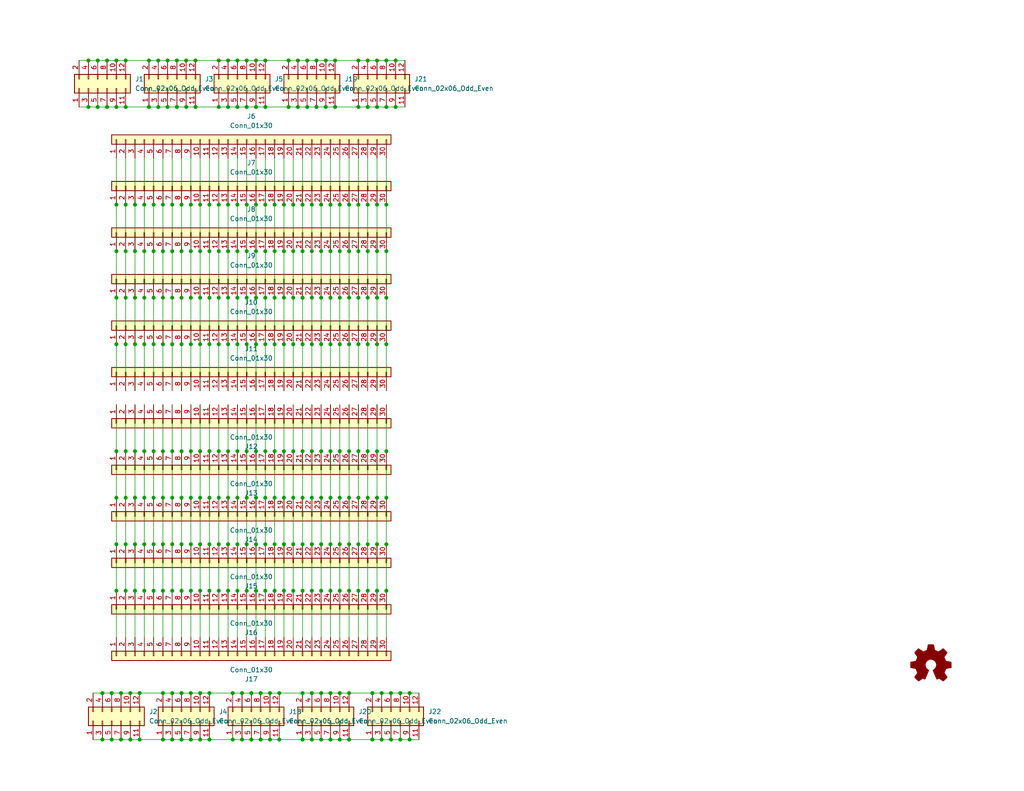
<source format=kicad_sch>
(kicad_sch (version 20230121) (generator eeschema)
  (paper "USLetter")
  (title_block (title "BreadBoard30Places") (date "2023-10-12") (rev "0.1") (company "Amused Scientist") (comment 1 "(Forrest) Lee Erickson") (comment 2 "Public Domain"))
  (lib_symbols
    (symbol "Connector_Generic:Conn_01x30" (pin_names (offset 1.016) hide)
      (property "Reference" "J" (at 0 38.1 0))
      (property "Value" "Conn_01x30" (at 0 -40.64 0))
      (symbol "Conn_01x30_1_1"
        (rectangle (start -1.27 -37.973) (end 0 -38.227) (stroke (width 0.1524)))
        (rectangle (start -1.27 -35.433) (end 0 -35.687) (stroke (width 0.1524)))
        (rectangle (start -1.27 -32.893) (end 0 -33.147) (stroke (width 0.1524)))
        (rectangle (start -1.27 -30.353) (end 0 -30.607) (stroke (width 0.1524)))
        (rectangle (start -1.27 -27.813) (end 0 -28.067) (stroke (width 0.1524)))
        (rectangle (start -1.27 -25.273) (end 0 -25.527) (stroke (width 0.1524)))
        (rectangle (start -1.27 -22.733) (end 0 -22.987) (stroke (width 0.1524)))
        (rectangle (start -1.27 -20.193) (end 0 -20.447) (stroke (width 0.1524)))
        (rectangle (start -1.27 -17.653) (end 0 -17.907) (stroke (width 0.1524)))
        (rectangle (start -1.27 -15.113) (end 0 -15.367) (stroke (width 0.1524)))
        (rectangle (start -1.27 -12.573) (end 0 -12.827) (stroke (width 0.1524)))
        (rectangle (start -1.27 -10.033) (end 0 -10.287) (stroke (width 0.1524)))
        (rectangle (start -1.27 -7.493) (end 0 -7.747) (stroke (width 0.1524)))
        (rectangle (start -1.27 -4.953) (end 0 -5.207) (stroke (width 0.1524)))
        (rectangle (start -1.27 -2.413) (end 0 -2.667) (stroke (width 0.1524)))
        (rectangle (start -1.27 0.127) (end 0 -0.127) (stroke (width 0.1524)))
        (rectangle (start -1.27 2.667) (end 0 2.413) (stroke (width 0.1524)))
        (rectangle (start -1.27 5.207) (end 0 4.953) (stroke (width 0.1524)))
        (rectangle (start -1.27 7.747) (end 0 7.493) (stroke (width 0.1524)))
        (rectangle (start -1.27 10.287) (end 0 10.033) (stroke (width 0.1524)))
        (rectangle (start -1.27 12.827) (end 0 12.573) (stroke (width 0.1524)))
        (rectangle (start -1.27 15.367) (end 0 15.113) (stroke (width 0.1524)))
        (rectangle (start -1.27 17.907) (end 0 17.653) (stroke (width 0.1524)))
        (rectangle (start -1.27 20.447) (end 0 20.193) (stroke (width 0.1524)))
        (rectangle (start -1.27 22.987) (end 0 22.733) (stroke (width 0.1524)))
        (rectangle (start -1.27 25.527) (end 0 25.273) (stroke (width 0.1524)))
        (rectangle (start -1.27 28.067) (end 0 27.813) (stroke (width 0.1524)))
        (rectangle (start -1.27 30.607) (end 0 30.353) (stroke (width 0.1524)))
        (rectangle (start -1.27 33.147) (end 0 32.893) (stroke (width 0.1524)))
        (rectangle (start -1.27 35.687) (end 0 35.433) (stroke (width 0.1524)))
        (rectangle (start -1.27 36.83) (end 1.27 -39.37) (stroke (width 0.254)) (fill (type background)))
        (pin passive line (at -5.08 35.56 0) (length 3.81) (name "Pin_1") (number "1"))
        (pin passive line (at -5.08 12.7 0) (length 3.81) (name "Pin_10") (number "10"))
        (pin passive line (at -5.08 10.16 0) (length 3.81) (name "Pin_11") (number "11"))
        (pin passive line (at -5.08 7.62 0) (length 3.81) (name "Pin_12") (number "12"))
        (pin passive line (at -5.08 5.08 0) (length 3.81) (name "Pin_13") (number "13"))
        (pin passive line (at -5.08 2.54 0) (length 3.81) (name "Pin_14") (number "14"))
        (pin passive line (at -5.08 0 0) (length 3.81) (name "Pin_15") (number "15"))
        (pin passive line (at -5.08 -2.54 0) (length 3.81) (name "Pin_16") (number "16"))
        (pin passive line (at -5.08 -5.08 0) (length 3.81) (name "Pin_17") (number "17"))
        (pin passive line (at -5.08 -7.62 0) (length 3.81) (name "Pin_18") (number "18"))
        (pin passive line (at -5.08 -10.16 0) (length 3.81) (name "Pin_19") (number "19"))
        (pin passive line (at -5.08 33.02 0) (length 3.81) (name "Pin_2") (number "2"))
        (pin passive line (at -5.08 -12.7 0) (length 3.81) (name "Pin_20") (number "20"))
        (pin passive line (at -5.08 -15.24 0) (length 3.81) (name "Pin_21") (number "21"))
        (pin passive line (at -5.08 -17.78 0) (length 3.81) (name "Pin_22") (number "22"))
        (pin passive line (at -5.08 -20.32 0) (length 3.81) (name "Pin_23") (number "23"))
        (pin passive line (at -5.08 -22.86 0) (length 3.81) (name "Pin_24") (number "24"))
        (pin passive line (at -5.08 -25.4 0) (length 3.81) (name "Pin_25") (number "25"))
        (pin passive line (at -5.08 -27.94 0) (length 3.81) (name "Pin_26") (number "26"))
        (pin passive line (at -5.08 -30.48 0) (length 3.81) (name "Pin_27") (number "27"))
        (pin passive line (at -5.08 -33.02 0) (length 3.81) (name "Pin_28") (number "28"))
        (pin passive line (at -5.08 -35.56 0) (length 3.81) (name "Pin_29") (number "29"))
        (pin passive line (at -5.08 30.48 0) (length 3.81) (name "Pin_3") (number "3"))
        (pin passive line (at -5.08 -38.1 0) (length 3.81) (name "Pin_30") (number "30"))
        (pin passive line (at -5.08 27.94 0) (length 3.81) (name "Pin_4") (number "4"))
        (pin passive line (at -5.08 25.4 0) (length 3.81) (name "Pin_5") (number "5"))
        (pin passive line (at -5.08 22.86 0) (length 3.81) (name "Pin_6") (number "6"))
        (pin passive line (at -5.08 20.32 0) (length 3.81) (name "Pin_7") (number "7"))
        (pin passive line (at -5.08 17.78 0) (length 3.81) (name "Pin_8") (number "8"))
        (pin passive line (at -5.08 15.24 0) (length 3.81) (name "Pin_9") (number "9"))
      )
    )
    (symbol "Connector_Generic:Conn_02x06_Odd_Even" (pin_names (offset 1.016) hide)
      (property "Reference" "J" (at 1.27 7.62 0))
      (property "Value" "Conn_02x06_Odd_Even" (at 1.27 -10.16 0))
      (symbol "Conn_02x06_Odd_Even_1_1"
        (rectangle (start -1.27 -7.493) (end 0 -7.747) (stroke (width 0.1524)))
        (rectangle (start -1.27 -4.953) (end 0 -5.207) (stroke (width 0.1524)))
        (rectangle (start -1.27 -2.413) (end 0 -2.667) (stroke (width 0.1524)))
        (rectangle (start -1.27 0.127) (end 0 -0.127) (stroke (width 0.1524)))
        (rectangle (start -1.27 2.667) (end 0 2.413) (stroke (width 0.1524)))
        (rectangle (start -1.27 5.207) (end 0 4.953) (stroke (width 0.1524)))
        (rectangle (start -1.27 6.35) (end 3.81 -8.89) (stroke (width 0.254)) (fill (type background)))
        (rectangle (start 3.81 -7.493) (end 2.54 -7.747) (stroke (width 0.1524)))
        (rectangle (start 3.81 -4.953) (end 2.54 -5.207) (stroke (width 0.1524)))
        (rectangle (start 3.81 -2.413) (end 2.54 -2.667) (stroke (width 0.1524)))
        (rectangle (start 3.81 0.127) (end 2.54 -0.127) (stroke (width 0.1524)))
        (rectangle (start 3.81 2.667) (end 2.54 2.413) (stroke (width 0.1524)))
        (rectangle (start 3.81 5.207) (end 2.54 4.953) (stroke (width 0.1524)))
        (pin passive line (at -5.08 5.08 0) (length 3.81) (name "Pin_1") (number "1"))
        (pin passive line (at 7.62 -5.08 180) (length 3.81) (name "Pin_10") (number "10"))
        (pin passive line (at -5.08 -7.62 0) (length 3.81) (name "Pin_11") (number "11"))
        (pin passive line (at 7.62 -7.62 180) (length 3.81) (name "Pin_12") (number "12"))
        (pin passive line (at 7.62 5.08 180) (length 3.81) (name "Pin_2") (number "2"))
        (pin passive line (at -5.08 2.54 0) (length 3.81) (name "Pin_3") (number "3"))
        (pin passive line (at 7.62 2.54 180) (length 3.81) (name "Pin_4") (number "4"))
        (pin passive line (at -5.08 0 0) (length 3.81) (name "Pin_5") (number "5"))
        (pin passive line (at 7.62 0 180) (length 3.81) (name "Pin_6") (number "6"))
        (pin passive line (at -5.08 -2.54 0) (length 3.81) (name "Pin_7") (number "7"))
        (pin passive line (at 7.62 -2.54 180) (length 3.81) (name "Pin_8") (number "8"))
        (pin passive line (at -5.08 -5.08 0) (length 3.81) (name "Pin_9") (number "9"))
      )
    )
    (symbol "Graphic:Logo_Open_Hardware_Small" (in_bom no) (on_board no)
      (symbol "Logo_Open_Hardware_Small_0_1"
        (polyline (pts (xy 3.3528 -4.3434) (xy 3.302 -4.318) (xy 3.175 -4.2418) (xy 2.9972 -4.1148) (xy 2.7686 -3.9624) (xy 2.54 -3.81) (xy 2.3622 -3.7084) (xy 2.2352 -3.6068) (xy 2.1844 -3.5814) (xy 2.159 -3.6068) (xy 2.0574 -3.6576) (xy 1.905 -3.7338) (xy 1.8034 -3.7846) (xy 1.6764 -3.8354) (xy 1.6002 -3.8354) (xy 1.6002 -3.8354) (xy 1.5494 -3.7338) (xy 1.4732 -3.5306) (xy 1.3462 -3.302) (xy 1.2446 -3.0226) (xy 1.1176 -2.7178) (xy 0.9652 -2.413) (xy 0.8636 -2.1082) (xy 0.7366 -1.8288) (xy 0.6604 -1.6256) (xy 0.6096 -1.4732) (xy 0.5842 -1.397) (xy 0.5842 -1.397) (xy 0.6604 -1.3208) (xy 0.7874 -1.2446) (xy 1.0414 -1.016) (xy 1.2954 -0.6858) (xy 1.4478 -0.3302) (xy 1.524 0.0762) (xy 1.4732 0.4572) (xy 1.3208 0.8128) (xy 1.0668 1.143) (xy 0.762 1.3716) (xy 0.4064 1.524) (xy 0 1.5748) (xy -0.381 1.5494) (xy -0.7366 1.397) (xy -1.0668 1.143) (xy -1.2192 0.9906) (xy -1.397 0.6604) (xy -1.524 0.3048) (xy -1.524 0.2286) (xy -1.4986 -0.1778) (xy -1.397 -0.5334) (xy -1.1938 -0.8636) (xy -0.9144 -1.143) (xy -0.8636 -1.1684) (xy -0.7366 -1.27) (xy -0.635 -1.3462) (xy -0.5842 -1.397) (xy -1.0668 -2.5908) (xy -1.143 -2.794) (xy -1.2954 -3.1242) (xy -1.397 -3.4036) (xy -1.4986 -3.6322) (xy -1.5748 -3.7846) (xy -1.6002 -3.8354) (xy -1.6002 -3.8354) (xy -1.651 -3.8354) (xy -1.7272 -3.81) (xy -1.905 -3.7338) (xy -2.0066 -3.683) (xy -2.1336 -3.6068) (xy -2.2098 -3.5814) (xy -2.2606 -3.6068) (xy -2.3622 -3.683) (xy -2.54 -3.81) (xy -2.7686 -3.9624) (xy -2.9718 -4.0894) (xy -3.1496 -4.2164) (xy -3.302 -4.318) (xy -3.3528 -4.3434) (xy -3.3782 -4.3434) (xy -3.429 -4.318) (xy -3.5306 -4.2164) (xy -3.7084 -4.064) (xy -3.937 -3.8354) (xy -3.9624 -3.81) (xy -4.1656 -3.6068) (xy -4.318 -3.4544) (xy -4.4196 -3.3274) (xy -4.445 -3.2766) (xy -4.445 -3.2766) (xy -4.4196 -3.2258) (xy -4.318 -3.0734) (xy -4.2164 -2.8956) (xy -4.064 -2.667) (xy -3.6576 -2.0828) (xy -3.8862 -1.5494) (xy -3.937 -1.3716) (xy -4.0386 -1.1684) (xy -4.0894 -1.0414) (xy -4.1148 -0.9652) (xy -4.191 -0.9398) (xy -4.318 -0.9144) (xy -4.5466 -0.8636) (xy -4.8006 -0.8128) (xy -5.0546 -0.7874) (xy -5.2578 -0.7366) (xy -5.4356 -0.7112) (xy -5.5118 -0.6858) (xy -5.5118 -0.6858) (xy -5.5372 -0.635) (xy -5.5372 -0.5588) (xy -5.5372 -0.4318) (xy -5.5626 -0.2286) (xy -5.5626 0.0762) (xy -5.5626 0.127) (xy -5.5372 0.4064) (xy -5.5372 0.635) (xy -5.5372 0.762) (xy -5.5372 0.8382) (xy -5.5372 0.8382) (xy -5.461 0.8382) (xy -5.3086 0.889) (xy -5.08 0.9144) (xy -4.826 0.9652) (xy -4.8006 0.9906) (xy -4.5466 1.0414) (xy -4.318 1.0668) (xy -4.1656 1.1176) (xy -4.0894 1.143) (xy -4.0894 1.143) (xy -4.0386 1.2446) (xy -3.9624 1.4224) (xy -3.8608 1.6256) (xy -3.7846 1.8288) (xy -3.7084 2.0066) (xy -3.6576 2.159) (xy -3.6322 2.2098) (xy -3.6322 2.2098) (xy -3.683 2.286) (xy -3.7592 2.413) (xy -3.8862 2.5908) (xy -4.064 2.8194) (xy -4.064 2.8448) (xy -4.2164 3.0734) (xy -4.3434 3.2512) (xy -4.4196 3.3782) (xy -4.445 3.4544) (xy -4.445 3.4544) (xy -4.3942 3.5052) (xy -4.2926 3.6322) (xy -4.1148 3.81) (xy -3.937 4.0132) (xy -3.8608 4.064) (xy -3.6576 4.2926) (xy -3.5052 4.4196) (xy -3.4036 4.4958) (xy -3.3528 4.5212) (xy -3.3528 4.5212) (xy -3.302 4.4704) (xy -3.1496 4.3688) (xy -2.9718 4.2418) (xy -2.7432 4.0894) (xy -2.7178 4.0894) (xy -2.4892 3.937) (xy -2.3114 3.81) (xy -2.1844 3.7084) (xy -2.1336 3.683) (xy -2.1082 3.683) (xy -2.032 3.7084) (xy -1.8542 3.7592) (xy -1.6764 3.8354) (xy -1.4732 3.937) (xy -1.27 4.0132) (xy -1.143 4.064) (xy -1.0668 4.1148) (xy -1.0668 4.1148) (xy -1.0414 4.191) (xy -1.016 4.3434) (xy -0.9652 4.572) (xy -0.9144 4.8514) (xy -0.889 4.9022) (xy -0.8382 5.1562) (xy -0.8128 5.3848) (xy -0.7874 5.5372) (xy -0.762 5.588) (xy -0.7112 5.6134) (xy -0.5842 5.6134) (xy -0.4064 5.6134) (xy -0.1524 5.6134) (xy 0.0762 5.6134) (xy 0.3302 5.6134) (xy 0.5334 5.6134) (xy 0.6858 5.588) (xy 0.7366 5.588) (xy 0.7366 5.588) (xy 0.762 5.5118) (xy 0.8128 5.334) (xy 0.8382 5.1054) (xy 0.9144 4.826) (xy 0.9144 4.7752) (xy 0.9652 4.5212) (xy 1.016 4.2926) (xy 1.0414 4.1402) (xy 1.0668 4.0894) (xy 1.0668 4.0894) (xy 1.1938 4.0386) (xy 1.3716 3.9624) (xy 1.5748 3.8608) (xy 2.0828 3.6576) (xy 2.7178 4.0894) (xy 2.7686 4.1402) (xy 2.9972 4.2926) (xy 3.175 4.4196) (xy 3.302 4.4958) (xy 3.3782 4.5212) (xy 3.3782 4.5212) (xy 3.429 4.4704) (xy 3.556 4.3434) (xy 3.7338 4.191) (xy 3.9116 3.9878) (xy 4.064 3.8354) (xy 4.2418 3.6576) (xy 4.3434 3.556) (xy 4.4196 3.4798) (xy 4.4196 3.429) (xy 4.4196 3.4036) (xy 4.3942 3.3274) (xy 4.2926 3.2004) (xy 4.1656 2.9972) (xy 4.0132 2.794) (xy 3.8862 2.5908) (xy 3.7592 2.3876) (xy 3.6576 2.2352) (xy 3.6322 2.159) (xy 3.6322 2.1336) (xy 3.683 2.0066) (xy 3.7592 1.8288) (xy 3.8608 1.6002) (xy 4.064 1.1176) (xy 4.3942 1.0414) (xy 4.5974 1.016) (xy 4.8768 0.9652) (xy 5.1308 0.9144) (xy 5.5372 0.8382) (xy 5.5626 -0.6604) (xy 5.4864 -0.6858) (xy 5.4356 -0.6858) (xy 5.2832 -0.7366) (xy 5.0546 -0.762) (xy 4.8006 -0.8128) (xy 4.5974 -0.8636) (xy 4.3688 -0.9144) (xy 4.2164 -0.9398) (xy 4.1402 -0.9398) (xy 4.1148 -0.9652) (xy 4.064 -1.0668) (xy 3.9878 -1.2446) (xy 3.9116 -1.4478) (xy 3.81 -1.651) (xy 3.7338 -1.8542) (xy 3.683 -2.0066) (xy 3.6576 -2.0828) (xy 3.683 -2.1336) (xy 3.7846 -2.2606) (xy 3.8862 -2.4638) (xy 4.0386 -2.667) (xy 4.191 -2.8956) (xy 4.318 -3.0734) (xy 4.3942 -3.2004) (xy 4.445 -3.2766) (xy 4.4196 -3.3274) (xy 4.3434 -3.429) (xy 4.1656 -3.5814) (xy 3.937 -3.8354) (xy 3.8862 -3.8608) (xy 3.683 -4.064) (xy 3.5306 -4.2164) (xy 3.4036 -4.318) (xy 3.3528 -4.3434)) (fill (type outline)))
      )
    )
  )
  (junction (at 62.23 68.58))
  (junction (at 46.99 135.89))
  (junction (at 36.83 123.19))
  (junction (at 36.83 68.58))
  (junction (at 64.77 16.51))
  (junction (at 64.77 93.98))
  (junction (at 41.91 81.28))
  (junction (at 54.61 93.98))
  (junction (at 66.04 201.93))
  (junction (at 31.75 16.51))
  (junction (at 102.87 16.51))
  (junction (at 52.07 81.28))
  (junction (at 52.07 93.98))
  (junction (at 102.87 148.59))
  (junction (at 86.36 29.21))
  (junction (at 97.79 29.21))
  (junction (at 81.28 29.21))
  (junction (at 69.85 29.21))
  (junction (at 41.91 148.59))
  (junction (at 29.21 29.21))
  (junction (at 64.77 55.88))
  (junction (at 53.34 16.51))
  (junction (at 67.31 29.21))
  (junction (at 105.41 135.89))
  (junction (at 69.85 123.19))
  (junction (at 82.55 135.89))
  (junction (at 102.87 123.19))
  (junction (at 62.23 135.89))
  (junction (at 64.77 148.59))
  (junction (at 100.33 148.59))
  (junction (at 30.48 189.23))
  (junction (at 31.75 93.98))
  (junction (at 111.76 201.93))
  (junction (at 46.99 148.59))
  (junction (at 102.87 161.29))
  (junction (at 52.07 201.93))
  (junction (at 80.01 135.89))
  (junction (at 34.29 161.29))
  (junction (at 62.23 93.98))
  (junction (at 90.17 123.19))
  (junction (at 50.8 29.21))
  (junction (at 92.71 189.23))
  (junction (at 85.09 123.19))
  (junction (at 73.66 189.23))
  (junction (at 86.36 16.51))
  (junction (at 59.69 93.98))
  (junction (at 63.5 201.93))
  (junction (at 82.55 161.29))
  (junction (at 85.09 81.28))
  (junction (at 85.09 93.98))
  (junction (at 59.69 16.51))
  (junction (at 76.2 189.23))
  (junction (at 54.61 81.28))
  (junction (at 71.12 189.23))
  (junction (at 87.63 123.19))
  (junction (at 82.55 123.19))
  (junction (at 69.85 16.51))
  (junction (at 39.37 148.59))
  (junction (at 44.45 68.58))
  (junction (at 57.15 123.19))
  (junction (at 105.41 68.58))
  (junction (at 87.63 148.59))
  (junction (at 72.39 161.29))
  (junction (at 59.69 81.28))
  (junction (at 100.33 55.88))
  (junction (at 90.17 81.28))
  (junction (at 41.91 161.29))
  (junction (at 29.21 16.51))
  (junction (at 67.31 55.88))
  (junction (at 44.45 161.29))
  (junction (at 34.29 148.59))
  (junction (at 39.37 135.89))
  (junction (at 39.37 68.58))
  (junction (at 72.39 55.88))
  (junction (at 85.09 55.88))
  (junction (at 72.39 16.51))
  (junction (at 67.31 161.29))
  (junction (at 100.33 93.98))
  (junction (at 57.15 93.98))
  (junction (at 92.71 68.58))
  (junction (at 52.07 189.23))
  (junction (at 83.82 29.21))
  (junction (at 62.23 161.29))
  (junction (at 87.63 161.29))
  (junction (at 74.93 123.19))
  (junction (at 95.25 148.59))
  (junction (at 92.71 148.59))
  (junction (at 82.55 189.23))
  (junction (at 57.15 68.58))
  (junction (at 80.01 123.19))
  (junction (at 69.85 93.98))
  (junction (at 62.23 29.21))
  (junction (at 67.31 16.51))
  (junction (at 95.25 68.58))
  (junction (at 57.15 148.59))
  (junction (at 82.55 201.93))
  (junction (at 69.85 81.28))
  (junction (at 105.41 81.28))
  (junction (at 92.71 55.88))
  (junction (at 64.77 123.19))
  (junction (at 111.76 189.23))
  (junction (at 59.69 148.59))
  (junction (at 34.29 135.89))
  (junction (at 90.17 148.59))
  (junction (at 39.37 81.28))
  (junction (at 92.71 161.29))
  (junction (at 82.55 68.58))
  (junction (at 90.17 189.23))
  (junction (at 100.33 68.58))
  (junction (at 62.23 16.51))
  (junction (at 102.87 81.28))
  (junction (at 54.61 135.89))
  (junction (at 102.87 55.88))
  (junction (at 52.07 55.88))
  (junction (at 88.9 29.21))
  (junction (at 106.68 189.23))
  (junction (at 73.66 201.93))
  (junction (at 54.61 123.19))
  (junction (at 97.79 123.19))
  (junction (at 57.15 201.93))
  (junction (at 90.17 55.88))
  (junction (at 77.47 161.29))
  (junction (at 45.72 29.21))
  (junction (at 69.85 135.89))
  (junction (at 39.37 93.98))
  (junction (at 92.71 201.93))
  (junction (at 54.61 68.58))
  (junction (at 87.63 81.28))
  (junction (at 69.85 55.88))
  (junction (at 78.74 29.21))
  (junction (at 72.39 135.89))
  (junction (at 68.58 201.93))
  (junction (at 95.25 123.19))
  (junction (at 53.34 29.21))
  (junction (at 44.45 81.28))
  (junction (at 101.6 201.93))
  (junction (at 64.77 81.28))
  (junction (at 62.23 55.88))
  (junction (at 57.15 189.23))
  (junction (at 40.64 16.51))
  (junction (at 26.67 16.51))
  (junction (at 24.13 16.51))
  (junction (at 106.68 201.93))
  (junction (at 66.04 189.23))
  (junction (at 31.75 123.19))
  (junction (at 34.29 16.51))
  (junction (at 44.45 93.98))
  (junction (at 67.31 93.98))
  (junction (at 59.69 29.21))
  (junction (at 35.56 201.93))
  (junction (at 38.1 201.93))
  (junction (at 52.07 148.59))
  (junction (at 67.31 123.19))
  (junction (at 77.47 148.59))
  (junction (at 43.18 29.21))
  (junction (at 87.63 189.23))
  (junction (at 52.07 135.89))
  (junction (at 72.39 68.58))
  (junction (at 100.33 81.28))
  (junction (at 77.47 55.88))
  (junction (at 36.83 148.59))
  (junction (at 95.25 93.98))
  (junction (at 90.17 68.58))
  (junction (at 59.69 123.19))
  (junction (at 109.22 201.93))
  (junction (at 95.25 201.93))
  (junction (at 91.44 16.51))
  (junction (at 52.07 123.19))
  (junction (at 46.99 68.58))
  (junction (at 82.55 55.88))
  (junction (at 62.23 81.28))
  (junction (at 39.37 161.29))
  (junction (at 31.75 135.89))
  (junction (at 64.77 68.58))
  (junction (at 80.01 148.59))
  (junction (at 31.75 68.58))
  (junction (at 83.82 16.51))
  (junction (at 36.83 161.29))
  (junction (at 85.09 201.93))
  (junction (at 100.33 29.21))
  (junction (at 34.29 93.98))
  (junction (at 81.28 16.51))
  (junction (at 105.41 16.51))
  (junction (at 62.23 148.59))
  (junction (at 67.31 81.28))
  (junction (at 46.99 189.23))
  (junction (at 72.39 29.21))
  (junction (at 54.61 201.93))
  (junction (at 49.53 68.58))
  (junction (at 54.61 189.23))
  (junction (at 107.95 16.51))
  (junction (at 33.02 189.23))
  (junction (at 104.14 189.23))
  (junction (at 34.29 68.58))
  (junction (at 64.77 135.89))
  (junction (at 77.47 81.28))
  (junction (at 36.83 81.28))
  (junction (at 95.25 55.88))
  (junction (at 44.45 148.59))
  (junction (at 91.44 29.21))
  (junction (at 49.53 201.93))
  (junction (at 74.93 81.28))
  (junction (at 44.45 123.19))
  (junction (at 54.61 161.29))
  (junction (at 50.8 16.51))
  (junction (at 49.53 81.28))
  (junction (at 31.75 81.28))
  (junction (at 97.79 93.98))
  (junction (at 87.63 55.88))
  (junction (at 74.93 135.89))
  (junction (at 57.15 135.89))
  (junction (at 77.47 135.89))
  (junction (at 57.15 55.88))
  (junction (at 34.29 123.19))
  (junction (at 41.91 68.58))
  (junction (at 36.83 135.89))
  (junction (at 97.79 161.29))
  (junction (at 82.55 81.28))
  (junction (at 33.02 201.93))
  (junction (at 85.09 135.89))
  (junction (at 45.72 16.51))
  (junction (at 95.25 81.28))
  (junction (at 52.07 68.58))
  (junction (at 100.33 161.29))
  (junction (at 35.56 189.23))
  (junction (at 48.26 29.21))
  (junction (at 48.26 16.51))
  (junction (at 95.25 189.23))
  (junction (at 31.75 55.88))
  (junction (at 85.09 148.59))
  (junction (at 74.93 55.88))
  (junction (at 24.13 29.21))
  (junction (at 92.71 135.89))
  (junction (at 27.94 189.23))
  (junction (at 104.14 201.93))
  (junction (at 105.41 123.19))
  (junction (at 85.09 68.58))
  (junction (at 100.33 16.51))
  (junction (at 27.94 201.93))
  (junction (at 54.61 55.88))
  (junction (at 87.63 201.93))
  (junction (at 44.45 201.93))
  (junction (at 67.31 148.59))
  (junction (at 77.47 93.98))
  (junction (at 59.69 68.58))
  (junction (at 87.63 68.58))
  (junction (at 77.47 68.58))
  (junction (at 95.25 161.29))
  (junction (at 72.39 148.59))
  (junction (at 49.53 135.89))
  (junction (at 49.53 55.88))
  (junction (at 40.64 29.21))
  (junction (at 92.71 93.98))
  (junction (at 62.23 123.19))
  (junction (at 80.01 55.88))
  (junction (at 39.37 123.19))
  (junction (at 30.48 201.93))
  (junction (at 101.6 189.23))
  (junction (at 46.99 55.88))
  (junction (at 102.87 29.21))
  (junction (at 107.95 29.21))
  (junction (at 97.79 81.28))
  (junction (at 87.63 93.98))
  (junction (at 78.74 16.51))
  (junction (at 46.99 161.29))
  (junction (at 97.79 16.51))
  (junction (at 49.53 93.98))
  (junction (at 105.41 93.98))
  (junction (at 105.41 29.21))
  (junction (at 92.71 81.28))
  (junction (at 31.75 29.21))
  (junction (at 92.71 123.19))
  (junction (at 97.79 68.58))
  (junction (at 63.5 189.23))
  (junction (at 77.47 123.19))
  (junction (at 68.58 189.23))
  (junction (at 46.99 201.93))
  (junction (at 39.37 55.88))
  (junction (at 43.18 16.51))
  (junction (at 64.77 29.21))
  (junction (at 59.69 55.88))
  (junction (at 74.93 148.59))
  (junction (at 100.33 123.19))
  (junction (at 36.83 93.98))
  (junction (at 105.41 55.88))
  (junction (at 41.91 93.98))
  (junction (at 41.91 55.88))
  (junction (at 90.17 93.98))
  (junction (at 74.93 161.29))
  (junction (at 80.01 93.98))
  (junction (at 69.85 68.58))
  (junction (at 41.91 135.89))
  (junction (at 87.63 135.89))
  (junction (at 102.87 68.58))
  (junction (at 26.67 29.21))
  (junction (at 38.1 189.23))
  (junction (at 44.45 189.23))
  (junction (at 72.39 81.28))
  (junction (at 41.91 123.19))
  (junction (at 97.79 135.89))
  (junction (at 105.41 161.29))
  (junction (at 74.93 93.98))
  (junction (at 49.53 161.29))
  (junction (at 31.75 161.29))
  (junction (at 31.75 148.59))
  (junction (at 85.09 161.29))
  (junction (at 34.29 29.21))
  (junction (at 67.31 68.58))
  (junction (at 85.09 189.23))
  (junction (at 80.01 81.28))
  (junction (at 97.79 55.88))
  (junction (at 64.77 161.29))
  (junction (at 71.12 201.93))
  (junction (at 59.69 161.29))
  (junction (at 34.29 81.28))
  (junction (at 72.39 93.98))
  (junction (at 80.01 161.29))
  (junction (at 54.61 148.59))
  (junction (at 67.31 135.89))
  (junction (at 90.17 135.89))
  (junction (at 97.79 148.59))
  (junction (at 46.99 81.28))
  (junction (at 76.2 201.93))
  (junction (at 57.15 81.28))
  (junction (at 100.33 135.89))
  (junction (at 105.41 148.59))
  (junction (at 34.29 55.88))
  (junction (at 82.55 148.59))
  (junction (at 69.85 161.29))
  (junction (at 74.93 68.58))
  (junction (at 46.99 93.98))
  (junction (at 109.22 189.23))
  (junction (at 90.17 201.93))
  (junction (at 72.39 123.19))
  (junction (at 82.55 93.98))
  (junction (at 90.17 161.29))
  (junction (at 102.87 135.89))
  (junction (at 69.85 148.59))
  (junction (at 52.07 161.29))
  (junction (at 57.15 161.29))
  (junction (at 80.01 68.58))
  (junction (at 49.53 123.19))
  (junction (at 44.45 55.88))
  (junction (at 49.53 148.59))
  (junction (at 36.83 55.88))
  (junction (at 59.69 135.89))
  (junction (at 46.99 123.19))
  (junction (at 88.9 16.51))
  (junction (at 95.25 135.89))
  (junction (at 49.53 189.23))
  (junction (at 44.45 135.89))
  (junction (at 102.87 93.98))
  (wire (pts (xy 97.79 43.18) (xy 97.79 55.88)))
  (wire (pts (xy 105.41 16.51) (xy 107.95 16.51)))
  (wire (pts (xy 52.07 135.89) (xy 52.07 123.19)))
  (wire (pts (xy 72.39 29.21) (xy 78.74 29.21)))
  (wire (pts (xy 62.23 161.29) (xy 62.23 148.59)))
  (wire (pts (xy 49.53 189.23) (xy 52.07 189.23)))
  (wire (pts (xy 36.83 173.99) (xy 36.83 161.29)))
  (wire (pts (xy 25.4 189.23) (xy 27.94 189.23)))
  (wire (pts (xy 64.77 68.58) (xy 64.77 81.28)))
  (wire (pts (xy 40.64 16.51) (xy 43.18 16.51)))
  (wire (pts (xy 105.41 148.59) (xy 105.41 135.89)))
  (wire (pts (xy 36.83 55.88) (xy 36.83 68.58)))
  (wire (pts (xy 46.99 43.18) (xy 46.99 55.88)))
  (wire (pts (xy 39.37 161.29) (xy 39.37 148.59)))
  (wire (pts (xy 82.55 135.89) (xy 82.55 123.19)))
  (wire (pts (xy 44.45 93.98) (xy 44.45 106.68)))
  (wire (pts (xy 45.72 16.51) (xy 48.26 16.51)))
  (wire (pts (xy 62.23 81.28) (xy 62.23 93.98)))
  (wire (pts (xy 83.82 16.51) (xy 86.36 16.51)))
  (wire (pts (xy 53.34 16.51) (xy 59.69 16.51)))
  (wire (pts (xy 46.99 93.98) (xy 46.99 106.68)))
  (wire (pts (xy 90.17 68.58) (xy 90.17 81.28)))
  (wire (pts (xy 100.33 123.19) (xy 100.33 110.49)))
  (wire (pts (xy 31.75 123.19) (xy 31.75 110.49)))
  (wire (pts (xy 81.28 29.21) (xy 83.82 29.21)))
  (wire (pts (xy 54.61 135.89) (xy 54.61 123.19)))
  (wire (pts (xy 44.45 123.19) (xy 44.45 110.49)))
  (wire (pts (xy 82.55 173.99) (xy 82.55 161.29)))
  (wire (pts (xy 97.79 135.89) (xy 97.79 123.19)))
  (wire (pts (xy 34.29 68.58) (xy 34.29 81.28)))
  (wire (pts (xy 45.72 29.21) (xy 48.26 29.21)))
  (wire (pts (xy 105.41 135.89) (xy 105.41 123.19)))
  (wire (pts (xy 105.41 29.21) (xy 107.95 29.21)))
  (wire (pts (xy 31.75 16.51) (xy 34.29 16.51)))
  (wire (pts (xy 31.75 81.28) (xy 31.75 93.98)))
  (wire (pts (xy 69.85 43.18) (xy 69.85 55.88)))
  (wire (pts (xy 67.31 16.51) (xy 69.85 16.51)))
  (wire (pts (xy 101.6 189.23) (xy 104.14 189.23)))
  (wire (pts (xy 90.17 173.99) (xy 90.17 161.29)))
  (wire (pts (xy 100.33 29.21) (xy 102.87 29.21)))
  (wire (pts (xy 74.93 55.88) (xy 74.93 68.58)))
  (wire (pts (xy 72.39 68.58) (xy 72.39 81.28)))
  (wire (pts (xy 57.15 55.88) (xy 57.15 68.58)))
  (wire (pts (xy 54.61 148.59) (xy 54.61 135.89)))
  (wire (pts (xy 74.93 161.29) (xy 74.93 148.59)))
  (wire (pts (xy 102.87 55.88) (xy 102.87 68.58)))
  (wire (pts (xy 30.48 201.93) (xy 33.02 201.93)))
  (wire (pts (xy 101.6 201.93) (xy 104.14 201.93)))
  (wire (pts (xy 77.47 135.89) (xy 77.47 123.19)))
  (wire (pts (xy 59.69 93.98) (xy 59.69 106.68)))
  (wire (pts (xy 41.91 93.98) (xy 41.91 106.68)))
  (wire (pts (xy 87.63 173.99) (xy 87.63 161.29)))
  (wire (pts (xy 95.25 43.18) (xy 95.25 55.88)))
  (wire (pts (xy 87.63 93.98) (xy 87.63 106.68)))
  (wire (pts (xy 100.33 81.28) (xy 100.33 93.98)))
  (wire (pts (xy 39.37 135.89) (xy 39.37 123.19)))
  (wire (pts (xy 109.22 189.23) (xy 111.76 189.23)))
  (wire (pts (xy 77.47 55.88) (xy 77.47 68.58)))
  (wire (pts (xy 97.79 93.98) (xy 97.79 106.68)))
  (wire (pts (xy 57.15 135.89) (xy 57.15 123.19)))
  (wire (pts (xy 105.41 173.99) (xy 105.41 161.29)))
  (wire (pts (xy 48.26 29.21) (xy 50.8 29.21)))
  (wire (pts (xy 57.15 189.23) (xy 63.5 189.23)))
  (wire (pts (xy 69.85 93.98) (xy 69.85 106.68)))
  (wire (pts (xy 44.45 161.29) (xy 44.45 148.59)))
  (wire (pts (xy 52.07 161.29) (xy 52.07 148.59)))
  (wire (pts (xy 44.45 68.58) (xy 44.45 81.28)))
  (wire (pts (xy 62.23 68.58) (xy 62.23 81.28)))
  (wire (pts (xy 72.39 43.18) (xy 72.39 55.88)))
  (wire (pts (xy 107.95 16.51) (xy 110.49 16.51)))
  (wire (pts (xy 64.77 123.19) (xy 64.77 110.49)))
  (wire (pts (xy 92.71 123.19) (xy 92.71 110.49)))
  (wire (pts (xy 105.41 55.88) (xy 105.41 68.58)))
  (wire (pts (xy 27.94 201.93) (xy 30.48 201.93)))
  (wire (pts (xy 102.87 81.28) (xy 102.87 93.98)))
  (wire (pts (xy 85.09 93.98) (xy 85.09 106.68)))
  (wire (pts (xy 105.41 123.19) (xy 105.41 110.49)))
  (wire (pts (xy 46.99 148.59) (xy 46.99 135.89)))
  (wire (pts (xy 100.33 43.18) (xy 100.33 55.88)))
  (wire (pts (xy 92.71 93.98) (xy 92.71 106.68)))
  (wire (pts (xy 72.39 55.88) (xy 72.39 68.58)))
  (wire (pts (xy 62.23 55.88) (xy 62.23 68.58)))
  (wire (pts (xy 67.31 135.89) (xy 67.31 123.19)))
  (wire (pts (xy 34.29 123.19) (xy 34.29 110.49)))
  (wire (pts (xy 77.47 93.98) (xy 77.47 106.68)))
  (wire (pts (xy 59.69 16.51) (xy 62.23 16.51)))
  (wire (pts (xy 105.41 93.98) (xy 105.41 106.68)))
  (wire (pts (xy 64.77 161.29) (xy 64.77 148.59)))
  (wire (pts (xy 63.5 201.93) (xy 66.04 201.93)))
  (wire (pts (xy 54.61 201.93) (xy 57.15 201.93)))
  (wire (pts (xy 82.55 43.18) (xy 82.55 55.88)))
  (wire (pts (xy 31.75 148.59) (xy 31.75 135.89)))
  (wire (pts (xy 97.79 68.58) (xy 97.79 81.28)))
  (wire (pts (xy 52.07 81.28) (xy 52.07 93.98)))
  (wire (pts (xy 67.31 93.98) (xy 67.31 106.68)))
  (wire (pts (xy 41.91 81.28) (xy 41.91 93.98)))
  (wire (pts (xy 102.87 173.99) (xy 102.87 161.29)))
  (wire (pts (xy 76.2 201.93) (xy 82.55 201.93)))
  (wire (pts (xy 77.47 173.99) (xy 77.47 161.29)))
  (wire (pts (xy 105.41 43.18) (xy 105.41 55.88)))
  (wire (pts (xy 69.85 81.28) (xy 69.85 93.98)))
  (wire (pts (xy 64.77 81.28) (xy 64.77 93.98)))
  (wire (pts (xy 50.8 29.21) (xy 53.34 29.21)))
  (wire (pts (xy 85.09 173.99) (xy 85.09 161.29)))
  (wire (pts (xy 95.25 135.89) (xy 95.25 123.19)))
  (wire (pts (xy 59.69 81.28) (xy 59.69 93.98)))
  (wire (pts (xy 64.77 55.88) (xy 64.77 68.58)))
  (wire (pts (xy 74.93 135.89) (xy 74.93 123.19)))
  (wire (pts (xy 54.61 173.99) (xy 54.61 161.29)))
  (wire (pts (xy 92.71 68.58) (xy 92.71 81.28)))
  (wire (pts (xy 39.37 123.19) (xy 39.37 110.49)))
  (wire (pts (xy 44.45 55.88) (xy 44.45 68.58)))
  (wire (pts (xy 50.8 16.51) (xy 53.34 16.51)))
  (wire (pts (xy 100.33 68.58) (xy 100.33 81.28)))
  (wire (pts (xy 77.47 68.58) (xy 77.47 81.28)))
  (wire (pts (xy 102.87 161.29) (xy 102.87 148.59)))
  (wire (pts (xy 59.69 161.29) (xy 59.69 148.59)))
  (wire (pts (xy 57.15 43.18) (xy 57.15 55.88)))
  (wire (pts (xy 34.29 29.21) (xy 40.64 29.21)))
  (wire (pts (xy 52.07 189.23) (xy 54.61 189.23)))
  (wire (pts (xy 49.53 68.58) (xy 49.53 81.28)))
  (wire (pts (xy 57.15 173.99) (xy 57.15 161.29)))
  (wire (pts (xy 62.23 148.59) (xy 62.23 135.89)))
  (wire (pts (xy 87.63 161.29) (xy 87.63 148.59)))
  (wire (pts (xy 59.69 43.18) (xy 59.69 55.88)))
  (wire (pts (xy 74.93 173.99) (xy 74.93 161.29)))
  (wire (pts (xy 95.25 148.59) (xy 95.25 135.89)))
  (wire (pts (xy 86.36 29.21) (xy 88.9 29.21)))
  (wire (pts (xy 34.29 173.99) (xy 34.29 161.29)))
  (wire (pts (xy 31.75 161.29) (xy 31.75 148.59)))
  (wire (pts (xy 72.39 161.29) (xy 72.39 148.59)))
  (wire (pts (xy 102.87 123.19) (xy 102.87 110.49)))
  (wire (pts (xy 82.55 81.28) (xy 82.55 93.98)))
  (wire (pts (xy 102.87 29.21) (xy 105.41 29.21)))
  (wire (pts (xy 95.25 55.88) (xy 95.25 68.58)))
  (wire (pts (xy 67.31 68.58) (xy 67.31 81.28)))
  (wire (pts (xy 86.36 16.51) (xy 88.9 16.51)))
  (wire (pts (xy 49.53 93.98) (xy 49.53 106.68)))
  (wire (pts (xy 87.63 189.23) (xy 90.17 189.23)))
  (wire (pts (xy 85.09 161.29) (xy 85.09 148.59)))
  (wire (pts (xy 36.83 123.19) (xy 36.83 110.49)))
  (wire (pts (xy 72.39 148.59) (xy 72.39 135.89)))
  (wire (pts (xy 54.61 93.98) (xy 54.61 106.68)))
  (wire (pts (xy 68.58 189.23) (xy 71.12 189.23)))
  (wire (pts (xy 34.29 43.18) (xy 34.29 55.88)))
  (wire (pts (xy 91.44 16.51) (xy 97.79 16.51)))
  (wire (pts (xy 74.93 123.19) (xy 74.93 110.49)))
  (wire (pts (xy 57.15 123.19) (xy 57.15 110.49)))
  (wire (pts (xy 76.2 189.23) (xy 82.55 189.23)))
  (wire (pts (xy 69.85 148.59) (xy 69.85 135.89)))
  (wire (pts (xy 97.79 29.21) (xy 100.33 29.21)))
  (wire (pts (xy 81.28 16.51) (xy 83.82 16.51)))
  (wire (pts (xy 25.4 201.93) (xy 27.94 201.93)))
  (wire (pts (xy 95.25 81.28) (xy 95.25 93.98)))
  (wire (pts (xy 97.79 161.29) (xy 97.79 148.59)))
  (wire (pts (xy 36.83 93.98) (xy 36.83 106.68)))
  (wire (pts (xy 26.67 16.51) (xy 29.21 16.51)))
  (wire (pts (xy 44.45 189.23) (xy 46.99 189.23)))
  (wire (pts (xy 46.99 135.89) (xy 46.99 123.19)))
  (wire (pts (xy 73.66 189.23) (xy 76.2 189.23)))
  (wire (pts (xy 44.45 43.18) (xy 44.45 55.88)))
  (wire (pts (xy 111.76 201.93) (xy 114.3 201.93)))
  (wire (pts (xy 53.34 29.21) (xy 59.69 29.21)))
  (wire (pts (xy 52.07 43.18) (xy 52.07 55.88)))
  (wire (pts (xy 46.99 173.99) (xy 46.99 161.29)))
  (wire (pts (xy 95.25 189.23) (xy 101.6 189.23)))
  (wire (pts (xy 87.63 68.58) (xy 87.63 81.28)))
  (wire (pts (xy 29.21 16.51) (xy 31.75 16.51)))
  (wire (pts (xy 46.99 189.23) (xy 49.53 189.23)))
  (wire (pts (xy 30.48 189.23) (xy 33.02 189.23)))
  (wire (pts (xy 69.85 173.99) (xy 69.85 161.29)))
  (wire (pts (xy 90.17 55.88) (xy 90.17 68.58)))
  (wire (pts (xy 107.95 29.21) (xy 110.49 29.21)))
  (wire (pts (xy 100.33 161.29) (xy 100.33 148.59)))
  (wire (pts (xy 102.87 93.98) (xy 102.87 106.68)))
  (wire (pts (xy 46.99 81.28) (xy 46.99 93.98)))
  (wire (pts (xy 41.91 55.88) (xy 41.91 68.58)))
  (wire (pts (xy 92.71 43.18) (xy 92.71 55.88)))
  (wire (pts (xy 100.33 148.59) (xy 100.33 135.89)))
  (wire (pts (xy 69.85 68.58) (xy 69.85 81.28)))
  (wire (pts (xy 57.15 201.93) (xy 63.5 201.93)))
  (wire (pts (xy 31.75 173.99) (xy 31.75 161.29)))
  (wire (pts (xy 41.91 135.89) (xy 41.91 123.19)))
  (wire (pts (xy 82.55 148.59) (xy 82.55 135.89)))
  (wire (pts (xy 68.58 201.93) (xy 71.12 201.93)))
  (wire (pts (xy 41.91 123.19) (xy 41.91 110.49)))
  (wire (pts (xy 80.01 68.58) (xy 80.01 81.28)))
  (wire (pts (xy 35.56 189.23) (xy 38.1 189.23)))
  (wire (pts (xy 100.33 135.89) (xy 100.33 123.19)))
  (wire (pts (xy 67.31 161.29) (xy 67.31 148.59)))
  (wire (pts (xy 59.69 135.89) (xy 59.69 123.19)))
  (wire (pts (xy 64.77 148.59) (xy 64.77 135.89)))
  (wire (pts (xy 87.63 123.19) (xy 87.63 110.49)))
  (wire (pts (xy 88.9 29.21) (xy 91.44 29.21)))
  (wire (pts (xy 77.47 161.29) (xy 77.47 148.59)))
  (wire (pts (xy 69.85 55.88) (xy 69.85 68.58)))
  (wire (pts (xy 82.55 93.98) (xy 82.55 106.68)))
  (wire (pts (xy 90.17 201.93) (xy 92.71 201.93)))
  (wire (pts (xy 24.13 29.21) (xy 26.67 29.21)))
  (wire (pts (xy 82.55 55.88) (xy 82.55 68.58)))
  (wire (pts (xy 87.63 135.89) (xy 87.63 123.19)))
  (wire (pts (xy 64.77 135.89) (xy 64.77 123.19)))
  (wire (pts (xy 67.31 29.21) (xy 69.85 29.21)))
  (wire (pts (xy 64.77 173.99) (xy 64.77 161.29)))
  (wire (pts (xy 49.53 55.88) (xy 49.53 68.58)))
  (wire (pts (xy 31.75 93.98) (xy 31.75 106.68)))
  (wire (pts (xy 66.04 189.23) (xy 68.58 189.23)))
  (wire (pts (xy 54.61 189.23) (xy 57.15 189.23)))
  (wire (pts (xy 54.61 81.28) (xy 54.61 93.98)))
  (wire (pts (xy 78.74 29.21) (xy 81.28 29.21)))
  (wire (pts (xy 44.45 148.59) (xy 44.45 135.89)))
  (wire (pts (xy 26.67 29.21) (xy 29.21 29.21)))
  (wire (pts (xy 77.47 148.59) (xy 77.47 135.89)))
  (wire (pts (xy 39.37 43.18) (xy 39.37 55.88)))
  (wire (pts (xy 74.93 68.58) (xy 74.93 81.28)))
  (wire (pts (xy 87.63 201.93) (xy 90.17 201.93)))
  (wire (pts (xy 31.75 55.88) (xy 31.75 68.58)))
  (wire (pts (xy 49.53 201.93) (xy 52.07 201.93)))
  (wire (pts (xy 83.82 29.21) (xy 86.36 29.21)))
  (wire (pts (xy 95.25 173.99) (xy 95.25 161.29)))
  (wire (pts (xy 87.63 43.18) (xy 87.63 55.88)))
  (wire (pts (xy 85.09 201.93) (xy 87.63 201.93)))
  (wire (pts (xy 82.55 161.29) (xy 82.55 148.59)))
  (wire (pts (xy 72.39 16.51) (xy 78.74 16.51)))
  (wire (pts (xy 64.77 43.18) (xy 64.77 55.88)))
  (wire (pts (xy 85.09 123.19) (xy 85.09 110.49)))
  (wire (pts (xy 49.53 43.18) (xy 49.53 55.88)))
  (wire (pts (xy 39.37 81.28) (xy 39.37 93.98)))
  (wire (pts (xy 80.01 148.59) (xy 80.01 135.89)))
  (wire (pts (xy 33.02 201.93) (xy 35.56 201.93)))
  (wire (pts (xy 39.37 68.58) (xy 39.37 81.28)))
  (wire (pts (xy 64.77 93.98) (xy 64.77 106.68)))
  (wire (pts (xy 77.47 123.19) (xy 77.47 110.49)))
  (wire (pts (xy 91.44 29.21) (xy 97.79 29.21)))
  (wire (pts (xy 52.07 93.98) (xy 52.07 106.68)))
  (wire (pts (xy 64.77 29.21) (xy 67.31 29.21)))
  (wire (pts (xy 72.39 93.98) (xy 72.39 106.68)))
  (wire (pts (xy 49.53 173.99) (xy 49.53 161.29)))
  (wire (pts (xy 40.64 29.21) (xy 43.18 29.21)))
  (wire (pts (xy 54.61 123.19) (xy 54.61 110.49)))
  (wire (pts (xy 59.69 68.58) (xy 59.69 81.28)))
  (wire (pts (xy 43.18 29.21) (xy 45.72 29.21)))
  (wire (pts (xy 85.09 135.89) (xy 85.09 123.19)))
  (wire (pts (xy 85.09 148.59) (xy 85.09 135.89)))
  (wire (pts (xy 85.09 81.28) (xy 85.09 93.98)))
  (wire (pts (xy 62.23 29.21) (xy 64.77 29.21)))
  (wire (pts (xy 106.68 201.93) (xy 109.22 201.93)))
  (wire (pts (xy 41.91 68.58) (xy 41.91 81.28)))
  (wire (pts (xy 49.53 123.19) (xy 49.53 110.49)))
  (wire (pts (xy 104.14 189.23) (xy 106.68 189.23)))
  (wire (pts (xy 90.17 161.29) (xy 90.17 148.59)))
  (wire (pts (xy 67.31 43.18) (xy 67.31 55.88)))
  (wire (pts (xy 80.01 161.29) (xy 80.01 148.59)))
  (wire (pts (xy 80.01 173.99) (xy 80.01 161.29)))
  (wire (pts (xy 72.39 173.99) (xy 72.39 161.29)))
  (wire (pts (xy 102.87 135.89) (xy 102.87 123.19)))
  (wire (pts (xy 85.09 43.18) (xy 85.09 55.88)))
  (wire (pts (xy 71.12 201.93) (xy 73.66 201.93)))
  (wire (pts (xy 35.56 201.93) (xy 38.1 201.93)))
  (wire (pts (xy 67.31 173.99) (xy 67.31 161.29)))
  (wire (pts (xy 31.75 43.18) (xy 31.75 55.88)))
  (wire (pts (xy 82.55 201.93) (xy 85.09 201.93)))
  (wire (pts (xy 39.37 173.99) (xy 39.37 161.29)))
  (wire (pts (xy 38.1 189.23) (xy 44.45 189.23)))
  (wire (pts (xy 80.01 123.19) (xy 80.01 110.49)))
  (wire (pts (xy 88.9 16.51) (xy 91.44 16.51)))
  (wire (pts (xy 57.15 93.98) (xy 57.15 106.68)))
  (wire (pts (xy 31.75 29.21) (xy 34.29 29.21)))
  (wire (pts (xy 102.87 43.18) (xy 102.87 55.88)))
  (wire (pts (xy 57.15 68.58) (xy 57.15 81.28)))
  (wire (pts (xy 85.09 189.23) (xy 87.63 189.23)))
  (wire (pts (xy 67.31 81.28) (xy 67.31 93.98)))
  (wire (pts (xy 77.47 81.28) (xy 77.47 93.98)))
  (wire (pts (xy 57.15 81.28) (xy 57.15 93.98)))
  (wire (pts (xy 105.41 161.29) (xy 105.41 148.59)))
  (wire (pts (xy 90.17 81.28) (xy 90.17 93.98)))
  (wire (pts (xy 78.74 16.51) (xy 81.28 16.51)))
  (wire (pts (xy 52.07 68.58) (xy 52.07 81.28)))
  (wire (pts (xy 59.69 148.59) (xy 59.69 135.89)))
  (wire (pts (xy 90.17 93.98) (xy 90.17 106.68)))
  (wire (pts (xy 44.45 173.99) (xy 44.45 161.29)))
  (wire (pts (xy 69.85 123.19) (xy 69.85 110.49)))
  (wire (pts (xy 34.29 93.98) (xy 34.29 106.68)))
  (wire (pts (xy 90.17 148.59) (xy 90.17 135.89)))
  (wire (pts (xy 97.79 81.28) (xy 97.79 93.98)))
  (wire (pts (xy 82.55 123.19) (xy 82.55 110.49)))
  (wire (pts (xy 36.83 161.29) (xy 36.83 148.59)))
  (wire (pts (xy 67.31 148.59) (xy 67.31 135.89)))
  (wire (pts (xy 63.5 189.23) (xy 66.04 189.23)))
  (wire (pts (xy 46.99 161.29) (xy 46.99 148.59)))
  (wire (pts (xy 95.25 123.19) (xy 95.25 110.49)))
  (wire (pts (xy 46.99 201.93) (xy 49.53 201.93)))
  (wire (pts (xy 100.33 16.51) (xy 102.87 16.51)))
  (wire (pts (xy 34.29 55.88) (xy 34.29 68.58)))
  (wire (pts (xy 85.09 55.88) (xy 85.09 68.58)))
  (wire (pts (xy 31.75 68.58) (xy 31.75 81.28)))
  (wire (pts (xy 57.15 148.59) (xy 57.15 135.89)))
  (wire (pts (xy 54.61 55.88) (xy 54.61 68.58)))
  (wire (pts (xy 74.93 43.18) (xy 74.93 55.88)))
  (wire (pts (xy 66.04 201.93) (xy 68.58 201.93)))
  (wire (pts (xy 109.22 201.93) (xy 111.76 201.93)))
  (wire (pts (xy 49.53 135.89) (xy 49.53 123.19)))
  (wire (pts (xy 21.59 16.51) (xy 24.13 16.51)))
  (wire (pts (xy 52.07 148.59) (xy 52.07 135.89)))
  (wire (pts (xy 80.01 81.28) (xy 80.01 93.98)))
  (wire (pts (xy 97.79 16.51) (xy 100.33 16.51)))
  (wire (pts (xy 21.59 29.21) (xy 24.13 29.21)))
  (wire (pts (xy 92.71 81.28) (xy 92.71 93.98)))
  (wire (pts (xy 54.61 68.58) (xy 54.61 81.28)))
  (wire (pts (xy 62.23 135.89) (xy 62.23 123.19)))
  (wire (pts (xy 38.1 201.93) (xy 44.45 201.93)))
  (wire (pts (xy 87.63 55.88) (xy 87.63 68.58)))
  (wire (pts (xy 62.23 16.51) (xy 64.77 16.51)))
  (wire (pts (xy 69.85 29.21) (xy 72.39 29.21)))
  (wire (pts (xy 92.71 55.88) (xy 92.71 68.58)))
  (wire (pts (xy 80.01 55.88) (xy 80.01 68.58)))
  (wire (pts (xy 74.93 81.28) (xy 74.93 93.98)))
  (wire (pts (xy 69.85 135.89) (xy 69.85 123.19)))
  (wire (pts (xy 44.45 135.89) (xy 44.45 123.19)))
  (wire (pts (xy 34.29 16.51) (xy 40.64 16.51)))
  (wire (pts (xy 67.31 123.19) (xy 67.31 110.49)))
  (wire (pts (xy 34.29 148.59) (xy 34.29 135.89)))
  (wire (pts (xy 72.39 81.28) (xy 72.39 93.98)))
  (wire (pts (xy 33.02 189.23) (xy 35.56 189.23)))
  (wire (pts (xy 34.29 135.89) (xy 34.29 123.19)))
  (wire (pts (xy 62.23 173.99) (xy 62.23 161.29)))
  (wire (pts (xy 57.15 161.29) (xy 57.15 148.59)))
  (wire (pts (xy 54.61 161.29) (xy 54.61 148.59)))
  (wire (pts (xy 67.31 55.88) (xy 67.31 68.58)))
  (wire (pts (xy 71.12 189.23) (xy 73.66 189.23)))
  (wire (pts (xy 90.17 135.89) (xy 90.17 123.19)))
  (wire (pts (xy 46.99 68.58) (xy 46.99 81.28)))
  (wire (pts (xy 39.37 55.88) (xy 39.37 68.58)))
  (wire (pts (xy 36.83 135.89) (xy 36.83 123.19)))
  (wire (pts (xy 95.25 68.58) (xy 95.25 81.28)))
  (wire (pts (xy 44.45 81.28) (xy 44.45 93.98)))
  (wire (pts (xy 29.21 29.21) (xy 31.75 29.21)))
  (wire (pts (xy 80.01 43.18) (xy 80.01 55.88)))
  (wire (pts (xy 59.69 55.88) (xy 59.69 68.58)))
  (wire (pts (xy 90.17 123.19) (xy 90.17 110.49)))
  (wire (pts (xy 100.33 93.98) (xy 100.33 106.68)))
  (wire (pts (xy 41.91 161.29) (xy 41.91 148.59)))
  (wire (pts (xy 102.87 148.59) (xy 102.87 135.89)))
  (wire (pts (xy 95.25 161.29) (xy 95.25 148.59)))
  (wire (pts (xy 39.37 148.59) (xy 39.37 135.89)))
  (wire (pts (xy 24.13 16.51) (xy 26.67 16.51)))
  (wire (pts (xy 46.99 55.88) (xy 46.99 68.58)))
  (wire (pts (xy 92.71 161.29) (xy 92.71 148.59)))
  (wire (pts (xy 69.85 161.29) (xy 69.85 148.59)))
  (wire (pts (xy 92.71 201.93) (xy 95.25 201.93)))
  (wire (pts (xy 39.37 93.98) (xy 39.37 106.68)))
  (wire (pts (xy 102.87 16.51) (xy 105.41 16.51)))
  (wire (pts (xy 52.07 201.93) (xy 54.61 201.93)))
  (wire (pts (xy 87.63 81.28) (xy 87.63 93.98)))
  (wire (pts (xy 95.25 201.93) (xy 101.6 201.93)))
  (wire (pts (xy 62.23 43.18) (xy 62.23 55.88)))
  (wire (pts (xy 90.17 43.18) (xy 90.17 55.88)))
  (wire (pts (xy 52.07 55.88) (xy 52.07 68.58)))
  (wire (pts (xy 34.29 81.28) (xy 34.29 93.98)))
  (wire (pts (xy 105.41 68.58) (xy 105.41 81.28)))
  (wire (pts (xy 44.45 201.93) (xy 46.99 201.93)))
  (wire (pts (xy 72.39 123.19) (xy 72.39 110.49)))
  (wire (pts (xy 111.76 189.23) (xy 114.3 189.23)))
  (wire (pts (xy 97.79 123.19) (xy 97.79 110.49)))
  (wire (pts (xy 52.07 173.99) (xy 52.07 161.29)))
  (wire (pts (xy 34.29 161.29) (xy 34.29 148.59)))
  (wire (pts (xy 49.53 148.59) (xy 49.53 135.89)))
  (wire (pts (xy 62.23 93.98) (xy 62.23 106.68)))
  (wire (pts (xy 31.75 135.89) (xy 31.75 123.19)))
  (wire (pts (xy 97.79 148.59) (xy 97.79 135.89)))
  (wire (pts (xy 92.71 173.99) (xy 92.71 161.29)))
  (wire (pts (xy 100.33 55.88) (xy 100.33 68.58)))
  (wire (pts (xy 90.17 189.23) (xy 92.71 189.23)))
  (wire (pts (xy 59.69 29.21) (xy 62.23 29.21)))
  (wire (pts (xy 80.01 135.89) (xy 80.01 123.19)))
  (wire (pts (xy 97.79 173.99) (xy 97.79 161.29)))
  (wire (pts (xy 105.41 81.28) (xy 105.41 93.98)))
  (wire (pts (xy 41.91 43.18) (xy 41.91 55.88)))
  (wire (pts (xy 73.66 201.93) (xy 76.2 201.93)))
  (wire (pts (xy 59.69 173.99) (xy 59.69 161.29)))
  (wire (pts (xy 74.93 93.98) (xy 74.93 106.68)))
  (wire (pts (xy 82.55 189.23) (xy 85.09 189.23)))
  (wire (pts (xy 72.39 135.89) (xy 72.39 123.19)))
  (wire (pts (xy 92.71 189.23) (xy 95.25 189.23)))
  (wire (pts (xy 48.26 16.51) (xy 50.8 16.51)))
  (wire (pts (xy 80.01 93.98) (xy 80.01 106.68)))
  (wire (pts (xy 92.71 148.59) (xy 92.71 135.89)))
  (wire (pts (xy 41.91 173.99) (xy 41.91 161.29)))
  (wire (pts (xy 43.18 16.51) (xy 45.72 16.51)))
  (wire (pts (xy 41.91 148.59) (xy 41.91 135.89)))
  (wire (pts (xy 82.55 68.58) (xy 82.55 81.28)))
  (wire (pts (xy 87.63 148.59) (xy 87.63 135.89)))
  (wire (pts (xy 100.33 173.99) (xy 100.33 161.29)))
  (wire (pts (xy 36.83 148.59) (xy 36.83 135.89)))
  (wire (pts (xy 36.83 68.58) (xy 36.83 81.28)))
  (wire (pts (xy 106.68 189.23) (xy 109.22 189.23)))
  (wire (pts (xy 52.07 123.19) (xy 52.07 110.49)))
  (wire (pts (xy 36.83 81.28) (xy 36.83 93.98)))
  (wire (pts (xy 54.61 43.18) (xy 54.61 55.88)))
  (wire (pts (xy 85.09 68.58) (xy 85.09 81.28)))
  (wire (pts (xy 62.23 123.19) (xy 62.23 110.49)))
  (wire (pts (xy 77.47 43.18) (xy 77.47 55.88)))
  (wire (pts (xy 27.94 189.23) (xy 30.48 189.23)))
  (wire (pts (xy 49.53 81.28) (xy 49.53 93.98)))
  (wire (pts (xy 36.83 43.18) (xy 36.83 55.88)))
  (wire (pts (xy 59.69 123.19) (xy 59.69 110.49)))
  (wire (pts (xy 69.85 16.51) (xy 72.39 16.51)))
  (wire (pts (xy 92.71 135.89) (xy 92.71 123.19)))
  (wire (pts (xy 102.87 68.58) (xy 102.87 81.28)))
  (wire (pts (xy 74.93 148.59) (xy 74.93 135.89)))
  (wire (pts (xy 95.25 93.98) (xy 95.25 106.68)))
  (wire (pts (xy 104.14 201.93) (xy 106.68 201.93)))
  (wire (pts (xy 64.77 16.51) (xy 67.31 16.51)))
  (wire (pts (xy 46.99 123.19) (xy 46.99 110.49)))
  (wire (pts (xy 97.79 55.88) (xy 97.79 68.58)))
  (wire (pts (xy 49.53 161.29) (xy 49.53 148.59)))
  (symbol (lib_id "Connector_Generic:Conn_01x30") (at 67.31 101.6 90) (unit 1)
    (property "Reference" "J11" (at 68.58 95.25 90))
    (property "Value" "Conn_01x30" (at 68.58 97.79 90))
    (property "Footprint" "Connector_PinSocket_2.54mm:PinSocket_1x30_P2.54mm_Vertical" (effects hide))
  )
  (symbol (lib_id "Connector_Generic:Conn_02x06_Odd_Even") (at 83.82 24.13 90) (unit 1)
    (property "Reference" "J19" (at 93.98 21.59 90) (effects (justify right)))
    (property "Value" "Conn_02x06_Odd_Even" (at 93.98 24.13 90) (effects (justify right)))
    (property "Footprint" "Connector_PinSocket_2.54mm:PinSocket_2x06_P2.54mm_Vertical" (effects hide))
  )
  (symbol (lib_id "Connector_Generic:Conn_02x06_Odd_Even") (at 106.68 196.85 90) (unit 1)
    (property "Reference" "J22" (at 116.84 194.31 90) (effects (justify right)))
    (property "Value" "Conn_02x06_Odd_Even" (at 116.84 196.85 90) (effects (justify right)))
    (property "Footprint" "Connector_PinSocket_2.54mm:PinSocket_2x06_P2.54mm_Vertical" (effects hide))
  )
  (symbol (lib_id "Connector_Generic:Conn_02x06_Odd_Even") (at 68.58 196.85 90) (unit 1)
    (property "Reference" "J18" (at 78.74 194.31 90) (effects (justify right)))
    (property "Value" "Conn_02x06_Odd_Even" (at 78.74 196.85 90) (effects (justify right)))
    (property "Footprint" "Connector_PinSocket_2.54mm:PinSocket_2x06_P2.54mm_Vertical" (effects hide))
  )
  (symbol (lib_id "Connector_Generic:Conn_01x30") (at 67.31 115.57 90) (mirror x) (unit 1)
    (property "Reference" "J12" (at 68.58 121.92 90))
    (property "Value" "Conn_01x30" (at 68.58 119.38 90))
    (property "Footprint" "Connector_PinSocket_2.54mm:PinSocket_1x30_P2.54mm_Vertical" (effects hide))
  )
  (symbol (lib_id "Connector_Generic:Conn_02x06_Odd_Even") (at 26.67 24.13 90) (unit 1)
    (property "Reference" "J1" (at 36.83 21.59 90) (effects (justify right)))
    (property "Value" "Conn_02x06_Odd_Even" (at 36.83 24.13 90) (effects (justify right)))
    (property "Footprint" "Connector_PinSocket_2.54mm:PinSocket_2x06_P2.54mm_Vertical" (effects hide))
  )
  (symbol (lib_id "Connector_Generic:Conn_01x30") (at 67.31 63.5 90) (unit 1)
    (property "Reference" "J8" (at 68.58 57.15 90))
    (property "Value" "Conn_01x30" (at 68.58 59.69 90))
    (property "Footprint" "Connector_PinSocket_2.54mm:PinSocket_1x30_P2.54mm_Vertical" (effects hide))
  )
  (symbol (lib_id "Connector_Generic:Conn_02x06_Odd_Even") (at 45.72 24.13 90) (unit 1)
    (property "Reference" "J3" (at 55.88 21.59 90) (effects (justify right)))
    (property "Value" "Conn_02x06_Odd_Even" (at 55.88 24.13 90) (effects (justify right)))
    (property "Footprint" "Connector_PinSocket_2.54mm:PinSocket_2x06_P2.54mm_Vertical" (effects hide))
  )
  (symbol (lib_id "Connector_Generic:Conn_02x06_Odd_Even") (at 30.48 196.85 90) (unit 1)
    (property "Reference" "J2" (at 40.64 194.31 90) (effects (justify right)))
    (property "Value" "Conn_02x06_Odd_Even" (at 40.64 196.85 90) (effects (justify right)))
    (property "Footprint" "Connector_PinSocket_2.54mm:PinSocket_2x06_P2.54mm_Vertical" (effects hide))
  )
  (symbol (lib_id "Connector_Generic:Conn_01x30") (at 67.31 128.27 90) (mirror x) (unit 1)
    (property "Reference" "J13" (at 68.58 134.62 90))
    (property "Value" "Conn_01x30" (at 68.58 132.08 90))
    (property "Footprint" "Connector_PinSocket_2.54mm:PinSocket_1x30_P2.54mm_Vertical" (effects hide))
  )
  (symbol (lib_id "Connector_Generic:Conn_02x06_Odd_Even") (at 87.63 196.85 90) (unit 1)
    (property "Reference" "J20" (at 97.79 194.31 90) (effects (justify right)))
    (property "Value" "Conn_02x06_Odd_Even" (at 97.79 196.85 90) (effects (justify right)))
    (property "Footprint" "Connector_PinSocket_2.54mm:PinSocket_2x06_P2.54mm_Vertical" (effects hide))
  )
  (symbol (lib_id "Connector_Generic:Conn_01x30") (at 67.31 140.97 90) (mirror x) (unit 1)
    (property "Reference" "J14" (at 68.58 147.32 90))
    (property "Value" "Conn_01x30" (at 68.58 144.78 90))
    (property "Footprint" "Connector_PinSocket_2.54mm:PinSocket_1x30_P2.54mm_Vertical" (effects hide))
  )
  (symbol (lib_id "Connector_Generic:Conn_02x06_Odd_Even") (at 64.77 24.13 90) (unit 1)
    (property "Reference" "J5" (at 74.93 21.59 90) (effects (justify right)))
    (property "Value" "Conn_02x06_Odd_Even" (at 74.93 24.13 90) (effects (justify right)))
    (property "Footprint" "Connector_PinSocket_2.54mm:PinSocket_2x06_P2.54mm_Vertical" (effects hide))
  )
  (symbol (lib_id "Connector_Generic:Conn_01x30") (at 67.31 179.07 90) (mirror x) (unit 1)
    (property "Reference" "J17" (at 68.58 185.42 90))
    (property "Value" "Conn_01x30" (at 68.58 182.88 90))
    (property "Footprint" "Connector_PinSocket_2.54mm:PinSocket_1x30_P2.54mm_Vertical" (effects hide))
  )
  (symbol (lib_id "Connector_Generic:Conn_01x30") (at 67.31 88.9 90) (unit 1)
    (property "Reference" "J10" (at 68.58 82.55 90))
    (property "Value" "Conn_01x30" (at 68.58 85.09 90))
    (property "Footprint" "Connector_PinSocket_2.54mm:PinSocket_1x30_P2.54mm_Vertical" (effects hide))
  )
  (symbol (lib_id "Connector_Generic:Conn_01x30") (at 67.31 153.67 90) (mirror x) (unit 1)
    (property "Reference" "J15" (at 68.58 160.02 90))
    (property "Value" "Conn_01x30" (at 68.58 157.48 90))
    (property "Footprint" "Connector_PinSocket_2.54mm:PinSocket_1x30_P2.54mm_Vertical" (effects hide))
  )
  (symbol (lib_id "Connector_Generic:Conn_01x30") (at 67.31 50.8 90) (unit 1)
    (property "Reference" "J7" (at 68.58 44.45 90))
    (property "Value" "Conn_01x30" (at 68.58 46.99 90))
    (property "Footprint" "Connector_PinSocket_2.54mm:PinSocket_1x30_P2.54mm_Vertical" (effects hide))
  )
  (symbol (lib_id "Connector_Generic:Conn_02x06_Odd_Even") (at 102.87 24.13 90) (unit 1)
    (property "Reference" "J21" (at 113.03 21.59 90) (effects (justify right)))
    (property "Value" "Conn_02x06_Odd_Even" (at 113.03 24.13 90) (effects (justify right)))
    (property "Footprint" "Connector_PinSocket_2.54mm:PinSocket_2x06_P2.54mm_Vertical" (effects hide))
  )
  (symbol (lib_id "Connector_Generic:Conn_01x30") (at 67.31 76.2 90) (unit 1)
    (property "Reference" "J9" (at 68.58 69.85 90))
    (property "Value" "Conn_01x30" (at 68.58 72.39 90))
    (property "Footprint" "Connector_PinSocket_2.54mm:PinSocket_1x30_P2.54mm_Vertical" (effects hide))
  )
  (symbol (lib_id "Connector_Generic:Conn_01x30") (at 67.31 166.37 90) (mirror x) (unit 1)
    (property "Reference" "J16" (at 68.58 172.72 90))
    (property "Value" "Conn_01x30" (at 68.58 170.18 90))
    (property "Footprint" "Connector_PinSocket_2.54mm:PinSocket_1x30_P2.54mm_Vertical" (effects hide))
  )
  (symbol (lib_id "Connector_Generic:Conn_01x30") (at 67.31 38.1 90) (unit 1)
    (property "Reference" "J6" (at 68.58 31.75 90))
    (property "Value" "Conn_01x30" (at 68.58 34.29 90))
    (property "Footprint" "Connector_PinSocket_2.54mm:PinSocket_1x30_P2.54mm_Vertical" (effects hide))
    (property "Datasheet" "PinHeader_1x30_P1.00mm_Vertical" (effects hide))
  )
  (symbol (lib_id "Graphic:Logo_Open_Hardware_Small") (at 254 181.61 0) (unit 1) (in_bom no) (on_board no)
    (property "Reference" "#SYM1" (effects hide))
    (property "Value" "Logo_Open_Hardware_Small" (effects hide))
    (property "Sim.Enable" "0" (effects hide))
  )
  (symbol (lib_id "Connector_Generic:Conn_02x06_Odd_Even") (at 49.53 196.85 90) (unit 1)
    (property "Reference" "J4" (at 59.69 194.31 90) (effects (justify right)))
    (property "Value" "Conn_02x06_Odd_Even" (at 59.69 196.85 90) (effects (justify right)))
    (property "Footprint" "Connector_PinSocket_2.54mm:PinSocket_2x06_P2.54mm_Vertical" (effects hide))
  )
)
</source>
